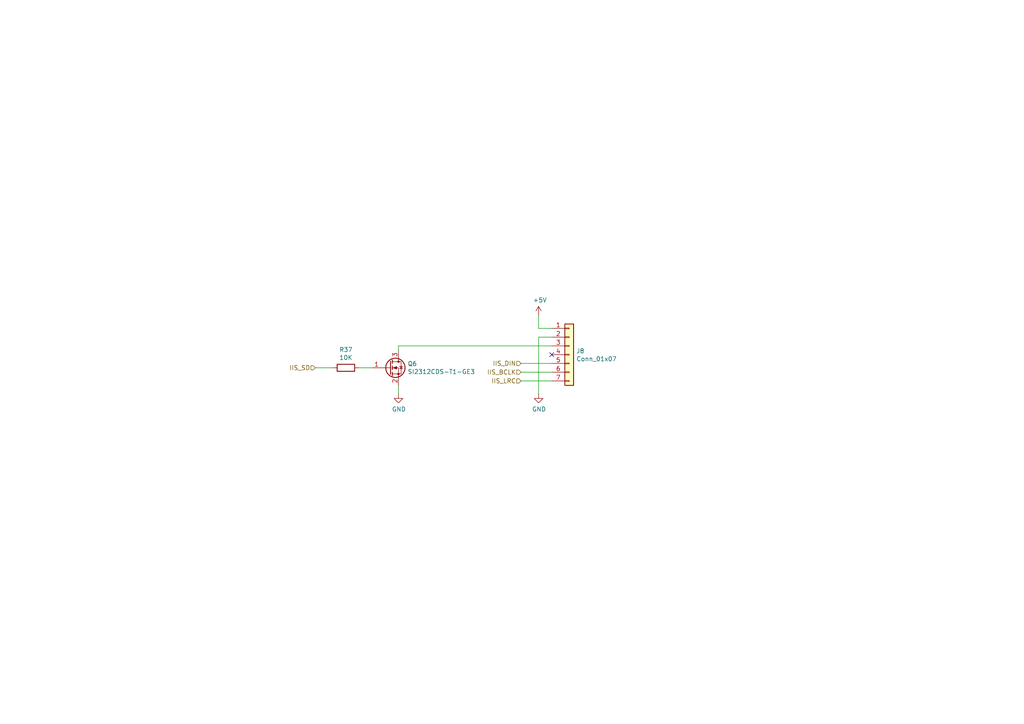
<source format=kicad_sch>
(kicad_sch (version 20230121) (generator eeschema)
  (paper "A4")
  (title_block (title "WS2812 Simple Controller") (date "2023-03-09") (company "Stefan Misik") (comment 1 "IIS Audio Module"))
  (lib_symbols
    (symbol "Connector_Generic:Conn_01x07" (pin_names (offset 1.016) hide)
      (property "Reference" "J" (at 0 10.16 0))
      (property "Value" "Conn_01x07" (at 0 -10.16 0))
      (symbol "Conn_01x07_1_1"
        (rectangle (start -1.27 -7.493) (end 0 -7.747) (stroke (width 0.1524)))
        (rectangle (start -1.27 -4.953) (end 0 -5.207) (stroke (width 0.1524)))
        (rectangle (start -1.27 -2.413) (end 0 -2.667) (stroke (width 0.1524)))
        (rectangle (start -1.27 0.127) (end 0 -0.127) (stroke (width 0.1524)))
        (rectangle (start -1.27 2.667) (end 0 2.413) (stroke (width 0.1524)))
        (rectangle (start -1.27 5.207) (end 0 4.953) (stroke (width 0.1524)))
        (rectangle (start -1.27 7.747) (end 0 7.493) (stroke (width 0.1524)))
        (rectangle (start -1.27 8.89) (end 1.27 -8.89) (stroke (width 0.254)) (fill (type background)))
        (pin passive line (at -5.08 7.62 0) (length 3.81) (name "Pin_1") (number "1"))
        (pin passive line (at -5.08 5.08 0) (length 3.81) (name "Pin_2") (number "2"))
        (pin passive line (at -5.08 2.54 0) (length 3.81) (name "Pin_3") (number "3"))
        (pin passive line (at -5.08 0 0) (length 3.81) (name "Pin_4") (number "4"))
        (pin passive line (at -5.08 -2.54 0) (length 3.81) (name "Pin_5") (number "5"))
        (pin passive line (at -5.08 -5.08 0) (length 3.81) (name "Pin_6") (number "6"))
        (pin passive line (at -5.08 -7.62 0) (length 3.81) (name "Pin_7") (number "7"))
      )
    )
    (symbol "Device:Q_NMOS_GSD" (pin_names (offset 0) hide)
      (property "Reference" "Q" (at 5.08 1.27 0))
      (property "Value" "Q_NMOS_GSD" (at 5.08 -1.27 0))
      (symbol "Q_NMOS_GSD_0_1"
        (polyline (pts (xy 0.254 0) (xy -2.54 0)))
        (polyline (pts (xy 0.254 1.905) (xy 0.254 -1.905)) (stroke (width 0.254)))
        (polyline (pts (xy 0.762 -1.27) (xy 0.762 -2.286)) (stroke (width 0.254)))
        (polyline (pts (xy 0.762 0.508) (xy 0.762 -0.508)) (stroke (width 0.254)))
        (polyline (pts (xy 0.762 2.286) (xy 0.762 1.27)) (stroke (width 0.254)))
        (polyline (pts (xy 2.54 2.54) (xy 2.54 1.778)))
        (polyline (pts (xy 2.54 -2.54) (xy 2.54 0) (xy 0.762 0)))
        (polyline (pts (xy 0.762 -1.778) (xy 3.302 -1.778) (xy 3.302 1.778) (xy 0.762 1.778)))
        (polyline (pts (xy 1.016 0) (xy 2.032 0.381) (xy 2.032 -0.381) (xy 1.016 0)) (fill (type outline)))
        (polyline (pts (xy 2.794 0.508) (xy 2.921 0.381) (xy 3.683 0.381) (xy 3.81 0.254)))
        (polyline (pts (xy 3.302 0.381) (xy 2.921 -0.254) (xy 3.683 -0.254) (xy 3.302 0.381)))
        (circle (center 1.651 0) (radius 2.794) (stroke (width 0.254)))
        (circle (center 2.54 -1.778) (radius 0.254) (fill (type outline)))
        (circle (center 2.54 1.778) (radius 0.254) (fill (type outline)))
      )
      (symbol "Q_NMOS_GSD_1_1"
        (pin input line (at -5.08 0 0) (length 2.54) (name "G") (number "1"))
        (pin passive line (at 2.54 -5.08 90) (length 2.54) (name "S") (number "2"))
        (pin passive line (at 2.54 5.08 270) (length 2.54) (name "D") (number "3"))
      )
    )
    (symbol "Device:R" (pin_numbers hide) (pin_names (offset 0))
      (property "Reference" "R" (at 2.032 0 90))
      (property "Value" "R" (at 0 0 90))
      (symbol "R_0_1"
        (rectangle (start -1.016 -2.54) (end 1.016 2.54) (stroke (width 0.254)))
      )
      (symbol "R_1_1"
        (pin passive line (at 0 3.81 270) (length 1.27) (name "~") (number "1"))
        (pin passive line (at 0 -3.81 90) (length 1.27) (name "~") (number "2"))
      )
    )
    (symbol "power:+5V" (power) (pin_names (offset 0))
      (property "Value" "+5V" (at 0 3.556 0))
      (symbol "+5V_0_1"
        (polyline (pts (xy -0.762 1.27) (xy 0 2.54)))
        (polyline (pts (xy 0 0) (xy 0 2.54)))
        (polyline (pts (xy 0 2.54) (xy 0.762 1.27)))
      )
      (symbol "+5V_1_1"
        (pin power_in line (at 0 0 90) (length 0) hide (name "+5V") (number "1"))
      )
    )
    (symbol "power:GND" (power) (pin_names (offset 0))
      (property "Value" "GND" (at 0 -3.81 0))
      (symbol "GND_0_1"
        (polyline (pts (xy 0 0) (xy 0 -1.27) (xy 1.27 -1.27) (xy 0 -2.54) (xy -1.27 -1.27) (xy 0 -1.27)))
      )
      (symbol "GND_1_1"
        (pin power_in line (at 0 0 270) (length 0) hide (name "GND") (number "1"))
      )
    )
  )
  (no_connect (at 160.02 102.87))
  (wire (pts (xy 115.57 100.33) (xy 160.02 100.33)))
  (wire (pts (xy 115.57 100.33) (xy 115.57 101.6)))
  (wire (pts (xy 160.02 107.95) (xy 151.13 107.95)))
  (wire (pts (xy 156.21 95.25) (xy 160.02 95.25)))
  (wire (pts (xy 104.14 106.68) (xy 107.95 106.68)))
  (wire (pts (xy 156.21 91.44) (xy 156.21 95.25)))
  (wire (pts (xy 115.57 114.3) (xy 115.57 111.76)))
  (wire (pts (xy 160.02 105.41) (xy 151.13 105.41)))
  (wire (pts (xy 160.02 110.49) (xy 151.13 110.49)))
  (wire (pts (xy 156.21 97.79) (xy 160.02 97.79)))
  (wire (pts (xy 156.21 114.3) (xy 156.21 97.79)))
  (wire (pts (xy 91.44 106.68) (xy 96.52 106.68)))
  (hierarchical_label "IIS_BCLK" (shape input) (at 151.13 107.95 180))
  (hierarchical_label "IIS_DIN" (shape input) (at 151.13 105.41 180))
  (hierarchical_label "IIS_SD" (shape input) (at 91.44 106.68 180))
  (hierarchical_label "IIS_LRC" (shape input) (at 151.13 110.49 180))
  (symbol (lib_id "Device:Q_NMOS_GSD") (at 113.03 106.68 0) (unit 1)
    (property "Reference" "Q6" (at 118.2116 105.5116 0) (effects (justify left)))
    (property "Value" "SI2312CDS-T1-GE3" (at 118.2116 107.823 0) (effects (justify left)))
    (property "Footprint" "Package_TO_SOT_SMD:SOT-23_Handsoldering" (effects hide))
    (instances (project "simple_control" (path "" (reference "Q6") (unit 1)) (path "" (reference "Q6") (unit 1))) (project "control" (path "" (reference "Q301") (unit 1))))
  )
  (symbol (lib_id "power:+5V") (at 156.21 91.44 0) (unit 1)
    (property "Reference" "#PWR043" (effects hide))
    (property "Value" "+5V" (at 156.591 87.0458 0))
    (instances (project "simple_control" (path "" (reference "#PWR043") (unit 1)) (path "" (reference "#PWR043") (unit 1))) (project "control" (path "" (reference "#PWR0321") (unit 1))))
  )
  (symbol (lib_id "Device:R") (at 100.33 106.68 270) (unit 1)
    (property "Reference" "R37" (at 100.33 101.4222 90))
    (property "Value" "10K" (at 100.33 103.7336 90))
    (property "Footprint" "Resistor_SMD:R_0805_2012Metric_Pad1.20x1.40mm_HandSolder" (effects hide))
    (instances (project "simple_control" (path "" (reference "R37") (unit 1)) (path "" (reference "R37") (unit 1))) (project "control" (path "" (reference "R308") (unit 1))))
  )
  (symbol (lib_id "power:GND") (at 115.57 114.3 0) (unit 1)
    (property "Reference" "#PWR042" (effects hide))
    (property "Value" "GND" (at 115.697 118.6942 0))
    (instances (project "simple_control" (path "" (reference "#PWR042") (unit 1)) (path "" (reference "#PWR042") (unit 1))) (project "control" (path "" (reference "#PWR0323") (unit 1))))
  )
  (symbol (lib_id "Connector_Generic:Conn_01x07") (at 165.1 102.87 0) (unit 1)
    (property "Reference" "J8" (at 167.132 101.8032 0) (effects (justify left)))
    (property "Value" "Conn_01x07" (at 167.132 104.1146 0) (effects (justify left)))
    (property "Footprint" "Connector_PinSocket_2.54mm:PinSocket_1x07_P2.54mm_Vertical" (effects hide))
    (instances (project "simple_control" (path "" (reference "J8") (unit 1)) (path "" (reference "J8") (unit 1))) (project "control" (path "" (reference "J304") (unit 1))))
  )
  (symbol (lib_id "power:GND") (at 156.21 114.3 0) (unit 1)
    (property "Reference" "#PWR044" (effects hide))
    (property "Value" "GND" (at 156.337 118.6942 0))
    (instances (project "simple_control" (path "" (reference "#PWR044") (unit 1)) (path "" (reference "#PWR044") (unit 1))) (project "control" (path "" (reference "#PWR0324") (unit 1))))
  )
)
</source>
